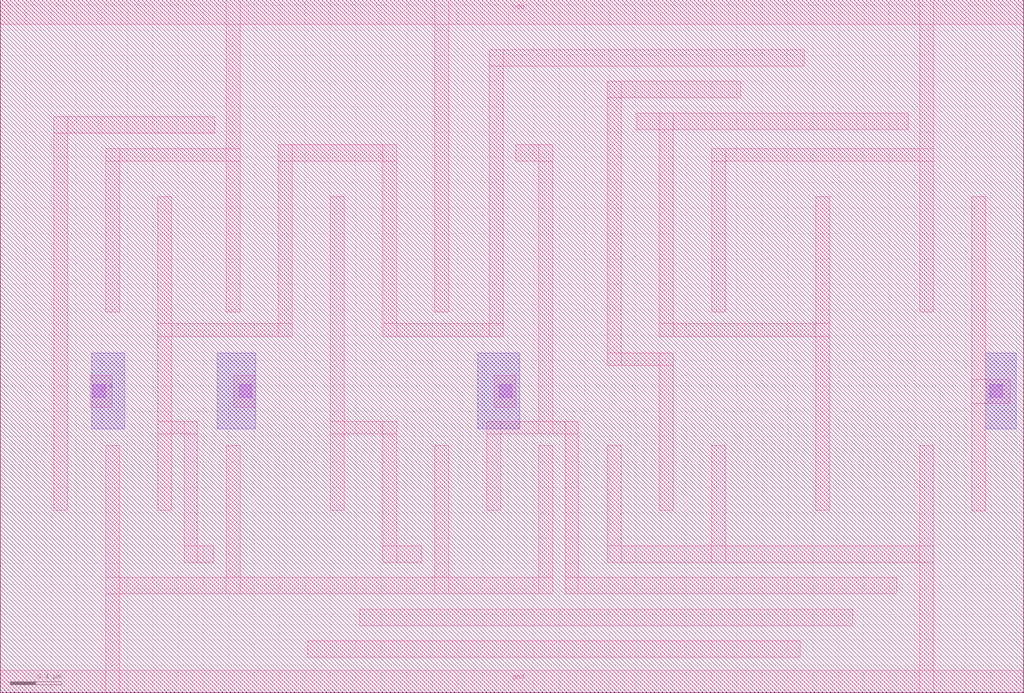
<source format=lef>
NAMESCASESENSITIVE ON ;
BUSBITCHARS "[]" ;

UNITS
  DATABASE MICRONS 1000 ;
END UNITS

MANUFACTURINGGRID 0.001 ;

DIVIDERCHAR "/" ;

LAYER M1
  TYPE ROUTING ;
  DIRECTION HORIZONTAL ;
  PITCH 0.26 0.26 ;
  WIDTH 0.09 ;
  AREA 0.042 ;
  SPACING 0.09 ;
  SPACING 0.19 RANGE 1.76 4 ;
  SPACING 0.29 RANGE 4 8 ;
  SPACING 1.05 RANGE 8 25 ;
  SPACING 1.85 RANGE 25 100000 ;
END M1

LAYER V1
  TYPE CUT ;
END V1

LAYER M2
  TYPE ROUTING ;
  DIRECTION VERTICAL ;
  PITCH 0.26 0.26 ;
  WIDTH 0.1 ;
  AREA 0.052 ;
  SPACING 0.1 ;
  SPACING 0.19 RANGE 1.76 4 ;
  SPACING 0.29 RANGE 4 8 ;
  SPACING 1.05 RANGE 8 25 ;
  SPACING 1.85 RANGE 25 100000 ;
END M2

LAYER V2
  TYPE CUT ;
END V2

LAYER M3
  TYPE ROUTING ;
  DIRECTION HORIZONTAL ;
  PITCH 0.26 0.26 ;
  WIDTH 0.1 ;
  AREA 0.052 ;
  SPACING 0.1 ;
  SPACING 0.19 RANGE 1.76 4 ;
  SPACING 0.29 RANGE 4 8 ;
  SPACING 1.05 RANGE 8 25 ;
  SPACING 1.85 RANGE 25 100000 ;
END M3

LAYER V3
  TYPE CUT ;
END V3

LAYER M4
  TYPE ROUTING ;
  DIRECTION VERTICAL ;
  PITCH 0.26 0.26 ;
  WIDTH 0.1 ;
  AREA 0.052 ;
  SPACING 0.1 ;
  SPACING 0.19 RANGE 1.76 4 ;
  SPACING 0.29 RANGE 4 8 ;
  SPACING 1.05 RANGE 8 25 ;
  SPACING 1.85 RANGE 25 100000 ;
END M4

LAYER V4
  TYPE CUT ;
END V4

LAYER M5
  TYPE ROUTING ;
  DIRECTION HORIZONTAL ;
  PITCH 0.26 0.26 ;
  WIDTH 0.1 ;
  AREA 0.052 ;
  SPACING 0.1 ;
  SPACING 0.19 RANGE 1.76 4 ;
  SPACING 0.29 RANGE 4 8 ;
  SPACING 1.05 RANGE 8 25 ;
  SPACING 1.85 RANGE 25 100000 ;
END M5

LAYER V5
  TYPE CUT ;
END V5

LAYER M6
  TYPE ROUTING ;
  DIRECTION VERTICAL ;
  PITCH 0.26 0.26 ;
  WIDTH 0.1 ;
  AREA 0.052 ;
  SPACING 0.1 ;
  SPACING 0.19 RANGE 1.76 4 ;
  SPACING 0.29 RANGE 4 8 ;
  SPACING 1.05 RANGE 8 25 ;
  SPACING 1.85 RANGE 25 100000 ;
  END M6

LAYER OVERLAP
  TYPE OVERLAP ;
END OVERLAP

SPACING
  SAMENET M1  M1    0.09 STACK ;
  SAMENET M2  M2    0.1 STACK ;
  SAMENET M3  M3    0.1 STACK ;
  SAMENET M4  M4    0.1 STACK ;
  SAMENET M5  M5    0.1 STACK ;
  SAMENET M6  M6    0.1 STACK ;
  SAMENET V1  V1    0.1 ;
  SAMENET V2  V2    0.1 ;
  SAMENET V3  V3    0.1 ;
  SAMENET V4  V4    0.1 ;
  SAMENET V5  V5    0.1 ;
  SAMENET V1  V2    0.00 STACK ;
  SAMENET V2  V3    0.00 STACK ;
  SAMENET V3  V4    0.00 STACK ;
  SAMENET V4  V5    0.00 STACK ;
  SAMENET V1  V3    0.00 STACK ;
  SAMENET V2  V4    0.00 STACK ;
  SAMENET V3  V5    0.00 STACK ;
  SAMENET V1  V4    0.00 STACK ;
  SAMENET V2  V5    0.00 STACK ;
  SAMENET V1  V5    0.00 STACK ;
END SPACING


VIA via5 DEFAULT
  LAYER M5 ;
    RECT -0.07 -0.07 0.07 0.07 ;
  LAYER V5 ;
    RECT -0.05 -0.05 0.05 0.05 ;
  LAYER M6 ;
    RECT -0.07 -0.07 0.07 0.07 ;
END via5

VIA via4 DEFAULT
  LAYER M4 ;
    RECT -0.07 -0.07 0.07 0.07 ;
  LAYER V4 ;
    RECT -0.05 -0.05 0.05 0.05 ;
  LAYER M5 ;
    RECT -0.07 -0.07 0.07 0.07 ;
END via4

VIA via3 DEFAULT
  LAYER M4 ;
    RECT -0.07 -0.07 0.07 0.07 ;
  LAYER V3 ;
    RECT -0.05 -0.05 0.05 0.05 ;
  LAYER M3 ;
    RECT -0.07 -0.07 0.07 0.07 ;
END via3

VIA via2 DEFAULT
  LAYER M3 ;
    RECT -0.07 -0.07 0.07 0.07 ;
  LAYER V2 ;
    RECT -0.05 -0.05 0.05 0.05 ;
  LAYER M2 ;
    RECT -0.07 -0.07 0.07 0.07 ;
END via2

VIA via1 DEFAULT
  LAYER M2 ;
    RECT -0.07 -0.07 0.07 0.07 ;
  LAYER V1 ;
    RECT -0.05 -0.05 0.05 0.05 ;
  LAYER M1 ;
    RECT -0.07 -0.07 0.07 0.07 ;
END via1


VIARULE via1Array GENERATE
  LAYER M1 ;
  DIRECTION HORIZONTAL ;
  OVERHANG 0.045 ;
    METALOVERHANG 0 ;
  LAYER M2 ;
  DIRECTION VERTICAL ;
    OVERHANG 0.045 ;
    METALOVERHANG 0 ;
  LAYER V1 ;
    RECT -0.05 -0.05 0.05 0.05 ;
    SPACING 0.2 BY 0.2 ;
END via1Array


VIARULE via2Array GENERATE
  LAYER M3 ;
    DIRECTION HORIZONTAL ;
    OVERHANG 0.03 ;
    METALOVERHANG 0 ;
  LAYER M2 ;
  DIRECTION VERTICAL ;
    OVERHANG 0.03 ;
    METALOVERHANG 0 ;
  LAYER V2 ;
    RECT -0.05 -0.05 0.05 0.05 ;
    SPACING 0.2 BY 0.2 ;
END via2Array


VIARULE via3Array GENERATE
  LAYER M3 ;
    DIRECTION HORIZONTAL ;
    OVERHANG 0.03 ;
    METALOVERHANG 0 ;
  LAYER M4 ;
    DIRECTION VERTICAL ;
    OVERHANG 0.03 ;
    METALOVERHANG 0 ;
  LAYER V3 ;
    RECT -0.05 -0.05 0.05 0.05 ;
    SPACING 0.2 BY 0.2 ;
END via3Array

VIARULE via4Array GENERATE
  LAYER M5 ;
    DIRECTION HORIZONTAL ;
    OVERHANG 0.03 ;
    METALOVERHANG 0 ;
  LAYER M4 ;
    DIRECTION VERTICAL ;
    OVERHANG 0.03 ;
    METALOVERHANG 0 ;
  LAYER V4 ;
    RECT -0.05 -0.05 0.05 0.05 ;
    SPACING 0.2 BY 0.2 ;
END via4Array

VIARULE via5Array GENERATE
  LAYER M5 ;
    DIRECTION HORIZONTAL ;
    OVERHANG 0.03 ;
    METALOVERHANG 0 ;
  LAYER M6 ;
    DIRECTION VERTICAL ;
    OVERHANG 0.045 ;
    METALOVERHANG 0 ;
  LAYER V5 ;
    RECT -0.05 -0.05 0.05 0.05 ;
    SPACING 0.2 BY 0.2 ;
END via5Array

VIARULE TURNM1 GENERATE
  LAYER M1 ;
    DIRECTION HORIZONTAL ;
  LAYER M1 ;
    DIRECTION VERTICAL ;
END TURNM1

VIARULE TURNM2 GENERATE
  LAYER M2 ;
    DIRECTION HORIZONTAL ;
  LAYER M2 ;
    DIRECTION VERTICAL ;
END TURNM2

VIARULE TURNM3 GENERATE
  LAYER M3 ;
    DIRECTION HORIZONTAL ;
  LAYER M3 ;
    DIRECTION VERTICAL ;
END TURNM3

VIARULE TURNM4 GENERATE
  LAYER M4 ;
    DIRECTION HORIZONTAL ;
  LAYER M4 ;
    DIRECTION VERTICAL ;
END TURNM4

VIARULE TURNM5 GENERATE
  LAYER M5 ;
    DIRECTION HORIZONTAL ;
  LAYER M5 ;
    DIRECTION VERTICAL ;
END TURNM5

VIARULE TURNM6 GENERATE
  LAYER M6 ;
    DIRECTION HORIZONTAL ;
  LAYER M6 ;
    DIRECTION VERTICAL ;
END TURNM6


SITE  CoreSite
    CLASS       CORE ;
    SYMMETRY    Y ;
    SYMMETRY    X ;
    SIZE        0.260 BY 5.46 ;
END  CoreSite

SITE  TDCoverSite
    CLASS       CORE ;
    SIZE        0.0500 BY 0.0500 ;
END  TDCoverSite

SITE  SBlockSite
    CLASS       CORE ;
    SIZE        0.0500 BY 0.0500 ;
END  SBlockSite

SITE  PortCellSite
    CLASS       PAD ;
    SIZE        0.0500 BY 0.0500 ;
END  PortCellSite

SITE  Core
    CLASS       CORE ;
    SYMMETRY    Y ;
    SYMMETRY    X ;
    SIZE        0.260 BY 5.46 ;
END  Core


MACRO AOI211
  CLASS CORE ;
  ORIGIN 0 0 ;
  FOREIGN AOI211 0 0 ;
  SIZE 3.3 BY 4.26 ;
  SYMMETRY X Y ;
  SITE CoreSite ;
  PIN vdd
    DIRECTION INOUT ;
    USE POWER ;
    SHAPE ABUTMENT ;
    PORT
      LAYER M1 ;
        RECT 0.417 2.248 0.582 3.902 ;
        RECT 0.14 3.702 3.26 3.9 ;
    END
  END vdd
  PIN gnd
    DIRECTION INOUT ;
    USE GROUND ;
    SHAPE ABUTMENT ;
    PORT
      LAYER M1 ;
        RECT 0.395 0 0.582 1.334 ;
        RECT 1.42 0 1.6 1.33 ;
        RECT 0.14 0 3.26 0.22 ;
    END
  END gnd
  PIN c
    DIRECTION INPUT ;
    USE SIGNAL ;
    PORT
      LAYER V1 ;
        RECT 0.52 1.814 0.62 1.914 ;
      LAYER M2 ;
        RECT 0.406 1.6 0.642 2.134 ;
      LAYER M1 ;
        RECT 0.345 1.73 0.69 2.034 ;
    END
  END c
  PIN out
    DIRECTION OUTPUT ;
    USE SIGNAL ;
    PORT
      LAYER V1 ;
        RECT 2.072 1.814 2.172 1.914 ;
      LAYER M2 ;
        RECT 1.99 1.6 2.22 2.134 ;
      LAYER M1 ;
        RECT 0.895 1.428 2.864 1.518 ;
        RECT 2.682 0.628 2.864 1.518 ;
        RECT 1.95 1.762 2.3 1.962 ;
        RECT 1.95 1.428 2.13 3.2 ;
        RECT 0.895 0.628 1.075 1.518 ;
    END
  END out
  PIN d
    DIRECTION INPUT ;
    USE SIGNAL ;
    PORT
      LAYER V1 ;
        RECT 1.04 1.814 1.14 1.914 ;
      LAYER M2 ;
        RECT 0.929 1.6 1.165 2.134 ;
      LAYER M1 ;
        RECT 0.895 1.73 1.21 2.034 ;
    END
  END d
  PIN b
    DIRECTION INPUT ;
    USE SIGNAL ;
    PORT
      LAYER V1 ;
        RECT 1.566 1.814 1.666 1.914 ;
      LAYER M2 ;
        RECT 1.465 1.6 1.7 2.134 ;
      LAYER M1 ;
        RECT 1.415 1.73 1.73 2.025 ;
    END
  END b
  PIN a
    DIRECTION INPUT ;
    USE SIGNAL ;
    PORT
      LAYER V1 ;
        RECT 2.59 1.814 2.69 1.914 ;
      LAYER M2 ;
        RECT 2.5 1.6 2.74 2.134 ;
      LAYER M1 ;
        RECT 2.5 1.73 2.8 2.025 ;
    END
  END a
  OBS
    LAYER M1 ;
      RECT 0.345 1.73 0.69 2.034 ;
      RECT 0.895 1.73 1.21 2.034 ;
      RECT 1.415 1.73 1.73 2.025 ;
      RECT 2.5 1.73 2.8 2.025 ;
      RECT 0.895 0.628 1.075 1.518 ;
      RECT 2.682 0.628 2.864 1.518 ;
      RECT 0.895 1.428 2.864 1.518 ;
      RECT 1.95 1.762 2.3 1.962 ;
      RECT 1.95 1.428 2.13 3.2 ;
      RECT 1.45 2.248 1.63 3.477 ;
      RECT 2.655 2.248 2.875 3.477 ;
      RECT 1.45 3.387 2.875 3.477 ;
      RECT 0.14 3.702 3.26 3.9 ;
      RECT 0.417 2.248 0.582 3.902 ;
      RECT 0.14 0 3.26 0.22 ;
      RECT 1.42 0 1.6 1.33 ;
      RECT 0.395 0 0.582 1.334 ;
    LAYER V1 ;
      RECT 0.52 1.814 0.62 1.914 ;
      RECT 1.04 1.814 1.14 1.914 ;
      RECT 1.566 1.814 1.666 1.914 ;
      RECT 2.072 1.814 2.172 1.914 ;
      RECT 2.59 1.814 2.69 1.914 ;
    LAYER M2 ;
      RECT 0.406 1.6 0.642 2.134 ;
      RECT 0.929 1.6 1.165 2.134 ;
      RECT 1.465 1.6 1.7 2.134 ;
      RECT 1.99 1.6 2.22 2.134 ;
      RECT 2.5 1.6 2.74 2.134 ;
  END
END AOI211

MACRO AOI22P6
  CLASS CORE ;
  ORIGIN 0 -0.38 ;
  FOREIGN AOI22P6 0 0.38 ;
  SIZE 2.34 BY 5.46 ;
  SYMMETRY X Y ;
  SITE CoreSite ;
  PIN vdd
    DIRECTION INOUT ;
    USE POWER ;
    SHAPE ABUTMENT ;
    PORT
      LAYER M1 ;
        RECT 0.67 3.38 0.78 5.84 ;
        RECT 0 5.65 2.34 5.84 ;
    END
  END vdd
  PIN gnd
    DIRECTION INOUT ;
    USE GROUND ;
    SHAPE ABUTMENT ;
    PORT
      LAYER M1 ;
        RECT 1.19 0.38 1.3 2.33 ;
        RECT 0 0.38 2.34 0.56 ;
    END
  END gnd
  PIN a
    DIRECTION INPUT ;
    USE SIGNAL ;
    PORT
      LAYER V1 ;
        RECT 0.37 2.71 0.47 2.81 ;
        RECT 1.67 2.71 1.77 2.81 ;
      LAYER M2 ;
        RECT 1.64 2.46 1.79 3.06 ;
        RECT 0.33 2.46 0.49 3.06 ;
      LAYER M1 ;
        RECT 0.26 2.42 2.18 2.52 ;
        RECT 2.07 1.82 2.18 2.52 ;
        RECT 1.6 2.69 1.81 2.83 ;
        RECT 1.6 2.42 1.71 4.29 ;
        RECT 0.26 1.82 0.37 2.52 ;
        RECT 0.32 2.63 0.49 2.88 ;
    END
  END a
  PIN b
    DIRECTION INPUT ;
    USE SIGNAL ;
    PORT
      LAYER V1 ;
        RECT 0.89 2.71 0.99 2.81 ;
      LAYER M2 ;
        RECT 0.85 2.46 1.01 3.06 ;
      LAYER M1 ;
        RECT 0.84 2.63 1.01 2.88 ;
    END
  END b
  PIN d
    DIRECTION INPUT ;
    USE SIGNAL ;
    PORT
      LAYER V1 ;
        RECT 1.38 2.71 1.48 2.81 ;
      LAYER M2 ;
        RECT 1.33 2.46 1.49 3.06 ;
      LAYER M1 ;
        RECT 1.32 2.63 1.49 2.88 ;
    END
  END d
  PIN c
    DIRECTION INPUT ;
    USE SIGNAL ;
    PORT
      LAYER V1 ;
        RECT 1.92 2.71 2.02 2.81 ;
      LAYER M2 ;
        RECT 1.9 2.46 2.06 3.06 ;
      LAYER M1 ;
        RECT 1.9 2.63 2.07 2.88 ;
    END
  END c
  OBS
    LAYER M1 ;
      RECT 0.32 2.63 0.49 2.88 ;
      RECT 0.84 2.63 1.01 2.88 ;
      RECT 1.32 2.63 1.49 2.88 ;
      RECT 1.9 2.63 2.07 2.88 ;
      RECT 0.26 3.19 1.24 3.29 ;
      RECT 0.26 3.19 0.37 4.29 ;
      RECT 1.13 3.19 1.24 4.7 ;
      RECT 2.07 3.38 2.18 4.7 ;
      RECT 1.13 4.57 2.18 4.7 ;
      RECT 0.26 1.82 0.37 2.52 ;
      RECT 2.07 1.82 2.18 2.52 ;
      RECT 0.26 2.42 2.18 2.52 ;
      RECT 1.6 2.69 1.81 2.83 ;
      RECT 1.6 2.42 1.71 4.29 ;
      RECT 0.67 3.38 0.78 5.84 ;
      RECT 0 5.65 2.34 5.84 ;
      RECT 0 0.38 2.34 0.56 ;
      RECT 1.19 0.38 1.3 2.33 ;
    LAYER V1 ;
      RECT 0.37 2.71 0.47 2.81 ;
      RECT 0.89 2.71 0.99 2.81 ;
      RECT 1.38 2.71 1.48 2.81 ;
      RECT 1.67 2.71 1.77 2.81 ;
      RECT 1.92 2.71 2.02 2.81 ;
    LAYER M2 ;
      RECT 0.33 2.46 0.49 3.06 ;
      RECT 0.85 2.46 1.01 3.06 ;
      RECT 1.33 2.46 1.49 3.06 ;
      RECT 1.64 2.46 1.79 3.06 ;
      RECT 1.9 2.46 2.06 3.06 ;
  END
END AOI22P6

MACRO Filler
  CLASS CORE ;
  ORIGIN -0.26 0 ;
  FOREIGN Filler 0.26 0 ;
  SIZE 0.26 BY 5.46 ;
  SYMMETRY X Y ;
  SITE CoreSite ;
  PIN GND
    DIRECTION INOUT ;
    USE GROUND ;
    PORT
      LAYER M1 ;
        RECT 0.26 0 0.52 0.18 ;
    END
  END GND
  PIN VDD
    DIRECTION INOUT ;
    USE POWER ;
    PORT
      LAYER M1 ;
        RECT 0.26 5.27 0.52 5.46 ;
    END
  END VDD
  OBS
    LAYER M1 ;
      RECT 0.26 5.27 0.52 5.46 ;
      RECT 0.26 0 0.52 0.18 ;
  END
END Filler

MACRO dffP6
  CLASS CORE ;
  ORIGIN 0 -0.38 ;
  FOREIGN dffP6 0 0.38 ;
  SIZE 8.06 BY 5.46 ;
  SYMMETRY X Y ;
  SITE CoreSite ;
  PIN vdd
    DIRECTION INOUT ;
    USE POWER ;
    SHAPE ABUTMENT ;
    PORT
      LAYER M1 ;
        RECT 0.83 3.38 0.94 4.67 ;
        RECT 0.83 4.57 1.89 4.67 ;
        RECT 1.78 3.38 1.89 5.84 ;
        RECT 3.42 3.38 3.53 5.84 ;
        RECT 5.6 3.38 5.71 4.67 ;
        RECT 5.6 4.57 7.35 4.67 ;
        RECT 7.24 3.38 7.35 5.84 ;
        RECT 0 5.65 8.06 5.84 ;
    END
  END vdd
  PIN gnd
    DIRECTION INOUT ;
    USE GROUND ;
    SHAPE ABUTMENT ;
    PORT
      LAYER M1 ;
        RECT 0.83 0.38 0.94 2.33 ;
        RECT 1.78 1.16 1.89 2.33 ;
        RECT 3.42 1.16 3.53 2.33 ;
        RECT 0.83 1.16 4.35 1.29 ;
        RECT 4.24 1.16 4.35 2.33 ;
        RECT 4.78 1.41 4.89 2.33 ;
        RECT 5.6 1.41 5.71 2.33 ;
        RECT 4.78 1.41 7.35 1.54 ;
        RECT 7.24 0.38 7.35 2.33 ;
        RECT 0 0.38 8.06 0.56 ;
    END
  END gnd
  PIN a
    DIRECTION INPUT ;
    USE SIGNAL ;
    PORT
      LAYER V1 ;
        RECT 0.73 2.71 0.83 2.81 ;
        RECT 1.88 2.71 1.98 2.81 ;
        RECT 3.93 2.71 4.03 2.81 ;
        RECT 7.791 2.71 7.891 2.81 ;
      LAYER M2 ;
        RECT 7.76 2.46 8 3.06 ;
        RECT 3.76 2.46 4.09 3.06 ;
        RECT 1.71 2.46 2.01 3.06 ;
        RECT 0.72 2.46 0.98 3.06 ;
      LAYER M1 ;
        RECT 7.65 2.66 7.95 2.85 ;
        RECT 7.65 1.813 7.76 4.29 ;
        RECT 3.89 2.63 4.06 2.88 ;
        RECT 1.84 2.63 2.01 2.88 ;
        RECT 0.71 2.63 0.88 2.88 ;
    END
  END a
  OBS
    LAYER M1 ;
      RECT 0.71 2.63 0.88 2.88 ;
      RECT 0.42 1.82 0.53 4.92 ;
      RECT 0.42 4.79 1.69 4.92 ;
      RECT 1.84 2.63 2.01 2.88 ;
      RECT 3.01 1.41 3.32 1.54 ;
      RECT 3.01 1.41 3.12 2.52 ;
      RECT 2.6 2.42 3.12 2.52 ;
      RECT 2.6 1.82 2.71 4.29 ;
      RECT 3.89 2.63 4.06 2.88 ;
      RECT 5.19 1.82 5.3 3.06 ;
      RECT 4.78 2.96 5.3 3.06 ;
      RECT 4.78 2.96 4.89 5.2 ;
      RECT 4.78 5.07 5.83 5.2 ;
      RECT 2.42 0.66 6.3 0.79 ;
      RECT 1.45 1.41 1.68 1.54 ;
      RECT 1.45 1.41 1.55 2.52 ;
      RECT 1.24 2.42 1.55 2.52 ;
      RECT 1.24 3.19 2.3 3.29 ;
      RECT 3.01 3.19 3.96 3.29 ;
      RECT 1.24 1.82 1.35 4.29 ;
      RECT 2.19 3.19 2.3 4.7 ;
      RECT 3.01 3.19 3.12 4.7 ;
      RECT 2.19 4.57 3.12 4.7 ;
      RECT 3.85 3.19 3.96 5.45 ;
      RECT 3.85 5.32 6.33 5.45 ;
      RECT 2.83 0.91 6.71 1.04 ;
      RECT 4.45 1.16 7.06 1.29 ;
      RECT 3.83 1.82 3.94 2.52 ;
      RECT 4.45 1.16 4.55 2.52 ;
      RECT 3.83 2.42 4.55 2.52 ;
      RECT 4.24 2.42 4.35 4.7 ;
      RECT 4.06 4.57 4.35 4.7 ;
      RECT 5.19 3.19 6.53 3.29 ;
      RECT 6.42 1.82 6.53 4.29 ;
      RECT 5.19 3.19 5.3 4.95 ;
      RECT 5.01 4.82 7.15 4.95 ;
      RECT 7.65 2.66 7.95 2.85 ;
      RECT 7.65 1.813 7.76 4.29 ;
      RECT 0.83 3.38 0.94 4.67 ;
      RECT 5.6 3.38 5.71 4.67 ;
      RECT 0.83 4.57 1.89 4.67 ;
      RECT 5.6 4.57 7.35 4.67 ;
      RECT 1.78 3.38 1.89 5.84 ;
      RECT 3.42 3.38 3.53 5.84 ;
      RECT 7.24 3.38 7.35 5.84 ;
      RECT 0 5.65 8.06 5.84 ;
      RECT 0 0.38 8.06 0.56 ;
      RECT 0.83 1.16 4.35 1.29 ;
      RECT 4.78 1.41 7.35 1.54 ;
      RECT 0.83 0.38 0.94 2.33 ;
      RECT 1.78 1.16 1.89 2.33 ;
      RECT 3.42 1.16 3.53 2.33 ;
      RECT 4.24 1.16 4.35 2.33 ;
      RECT 4.78 1.41 4.89 2.33 ;
      RECT 5.6 1.41 5.71 2.33 ;
      RECT 7.24 0.38 7.35 2.33 ;
    LAYER V1 ;
      RECT 0.73 2.71 0.83 2.81 ;
      RECT 1.88 2.71 1.98 2.81 ;
      RECT 3.93 2.71 4.03 2.81 ;
      RECT 7.791 2.71 7.891 2.81 ;
    LAYER M2 ;
      RECT 0.72 2.46 0.98 3.06 ;
      RECT 1.71 2.46 2.01 3.06 ;
      RECT 3.76 2.46 4.09 3.06 ;
      RECT 7.76 2.46 8 3.06 ;
  END
END dffP6

MACRO invP6
  CLASS CORE ;
  ORIGIN 0 -0.38 ;
  FOREIGN invP6 0 0.38 ;
  SIZE 1.3 BY 5.46 ;
  SYMMETRY X Y ;
  SITE CoreSite ;
  PIN vdd
    DIRECTION INOUT ;
    USE POWER ;
    SHAPE ABUTMENT ;
    PORT
      LAYER M1 ;
        RECT 0.36 3.38 0.47 5.84 ;
        RECT 0 5.65 1.3 5.84 ;
    END
  END vdd
  PIN gnd
    DIRECTION INOUT ;
    USE GROUND ;
    SHAPE ABUTMENT ;
    PORT
      LAYER M1 ;
        RECT 0.36 0.38 0.47 2.33 ;
        RECT 0 0.38 1.3 0.56 ;
    END
  END gnd
  PIN a
    DIRECTION INPUT ;
    USE SIGNAL ;
    PORT
      LAYER V1 ;
        RECT 0.47 2.71 0.57 2.81 ;
        RECT 0.85 2.71 0.95 2.81 ;
      LAYER M2 ;
        RECT 0.83 2.46 0.98 3.06 ;
        RECT 0.32 2.46 0.58 3.06 ;
      LAYER M1 ;
        RECT 0.78 2.66 0.98 2.85 ;
        RECT 0.78 1.82 0.89 4.29 ;
        RECT 0.42 2.63 0.59 2.88 ;
    END
  END a
  OBS
    LAYER M1 ;
      RECT 0.42 2.63 0.59 2.88 ;
      RECT 0.78 2.66 0.98 2.85 ;
      RECT 0.78 1.82 0.89 4.29 ;
      RECT 0.36 3.38 0.47 5.84 ;
      RECT 0 5.65 1.3 5.84 ;
      RECT 0 0.38 1.3 0.56 ;
      RECT 0.36 0.38 0.47 2.33 ;
    LAYER V1 ;
      RECT 0.47 2.71 0.57 2.81 ;
      RECT 0.85 2.71 0.95 2.81 ;
    LAYER M2 ;
      RECT 0.32 2.46 0.58 3.06 ;
      RECT 0.83 2.46 0.98 3.06 ;
  END
END invP6

MACRO mux21P6
  CLASS CORE ;
  ORIGIN 0 -0.38 ;
  FOREIGN mux21P6 0 0.38 ;
  SIZE 3.64 BY 5.46 ;
  SYMMETRY X Y ;
  SITE CoreSite ;
  PIN vdd
    DIRECTION INOUT ;
    USE POWER ;
    SHAPE ABUTMENT ;
    PORT
      LAYER M1 ;
        RECT 0.64 3.38 0.75 5.84 ;
        RECT 2.82 3.38 2.93 5.84 ;
        RECT 0 5.65 3.64 5.84 ;
    END
  END vdd
  PIN gnd
    DIRECTION INOUT ;
    USE GROUND ;
    SHAPE ABUTMENT ;
    PORT
      LAYER M1 ;
        RECT 0.23 0.38 0.34 2.33 ;
        RECT 1.87 0.38 1.98 2.33 ;
        RECT 2.82 0.38 2.93 2.33 ;
        RECT 0 0.38 3.64 0.56 ;
    END
  END gnd
  PIN a
    DIRECTION INPUT ;
    USE SIGNAL ;
    PORT
      LAYER V1 ;
        RECT 0.34 2.71 0.44 2.81 ;
        RECT 1.36 2.71 1.46 2.81 ;
        RECT 1.77 2.71 1.87 2.81 ;
        RECT 3.371 2.71 3.471 2.81 ;
      LAYER M2 ;
        RECT 3.341 2.46 3.59 3.06 ;
        RECT 1.76 2.46 2.02 3.06 ;
        RECT 1.35 2.46 1.51 3.06 ;
        RECT 0.26 2.46 0.46 3.06 ;
      LAYER M1 ;
        RECT 3.23 2.66 3.53 2.85 ;
        RECT 3.23 1.813 3.34 4.29 ;
        RECT 1.75 2.63 1.92 2.88 ;
        RECT 1.34 2.63 1.51 2.88 ;
        RECT 0.29 2.63 0.46 2.88 ;
    END
  END a
  OBS
    LAYER M1 ;
      RECT 0.29 2.63 0.46 2.88 ;
      RECT 1.34 2.63 1.51 2.88 ;
      RECT 1.75 2.63 1.92 2.88 ;
      RECT 0.23 3.19 1.981 3.29 ;
      RECT 0.23 3.19 0.34 4.29 ;
      RECT 1.871 3.19 1.981 4.29 ;
      RECT 1.05 1.82 1.16 3.091 ;
      RECT 1.05 2.991 2.223 3.091 ;
      RECT 1.46 3.38 1.57 4.7 ;
      RECT 2.113 2.991 2.223 4.7 ;
      RECT 1.46 4.57 2.42 4.7 ;
      RECT 1.332 1.41 1.571 1.54 ;
      RECT 1.461 1.41 1.571 2.52 ;
      RECT 1.461 2.421 2.52 2.52 ;
      RECT 2.41 1.813 2.52 4.29 ;
      RECT 3.23 2.66 3.53 2.85 ;
      RECT 3.23 1.813 3.34 4.29 ;
      RECT 0.64 3.38 0.75 5.84 ;
      RECT 2.82 3.38 2.93 5.84 ;
      RECT 0 5.65 3.64 5.84 ;
      RECT 0 0.38 3.64 0.56 ;
      RECT 0.23 0.38 0.34 2.33 ;
      RECT 1.87 0.38 1.98 2.33 ;
      RECT 2.82 0.38 2.93 2.33 ;
    LAYER V1 ;
      RECT 0.34 2.71 0.44 2.81 ;
      RECT 1.36 2.71 1.46 2.81 ;
      RECT 1.77 2.71 1.87 2.81 ;
      RECT 3.371 2.71 3.471 2.81 ;
    LAYER M2 ;
      RECT 0.26 2.46 0.46 3.06 ;
      RECT 1.35 2.46 1.51 3.06 ;
      RECT 1.76 2.46 2.02 3.06 ;
      RECT 3.341 2.46 3.59 3.06 ;
  END
END mux21P6

MACRO nand2P6
  CLASS CORE ;
  ORIGIN 0 -0.38 ;
  FOREIGN nand2P6 0 0.38 ;
  SIZE 1.56 BY 5.46 ;
  SYMMETRY X Y ;
  SITE CoreSite ;
  PIN a
    DIRECTION INPUT ;
    USE SIGNAL ;
    PORT
      LAYER V1 ;
        RECT 0.47 2.71 0.57 2.81 ;
        RECT 0.88 2.71 0.98 2.81 ;
        RECT 1.13 2.71 1.23 2.81 ;
      LAYER M2 ;
        RECT 1.1 2.46 1.25 3.06 ;
        RECT 0.83 2.46 0.99 3.06 ;
        RECT 0.32 2.46 0.58 3.06 ;
      LAYER M1 ;
        RECT 0.77 2.99 1.29 3.09 ;
        RECT 1.18 1.82 1.29 3.09 ;
        RECT 1.1 2.66 1.29 2.85 ;
        RECT 0.77 2.99 0.88 4.29 ;
        RECT 0.83 2.63 1 2.88 ;
        RECT 0.42 2.63 0.59 2.88 ;
    END
  END a
  PIN gnd
    DIRECTION INOUT ;
    USE GROUND ;
    SHAPE ABUTMENT ;
    PORT
      LAYER M1 ;
        RECT 0.36 0.38 0.47 2.33 ;
        RECT 0 0.38 1.56 0.56 ;
    END
  END gnd
  PIN vdd
    DIRECTION INOUT ;
    USE POWER ;
    SHAPE ABUTMENT ;
    PORT
      LAYER M1 ;
        RECT 0.36 3.38 0.47 5.84 ;
        RECT 1.18 3.38 1.29 5.84 ;
        RECT 0 5.65 1.56 5.84 ;
    END
  END vdd
  OBS
    LAYER M1 ;
      RECT 0.42 2.63 0.59 2.88 ;
      RECT 0.83 2.63 1 2.88 ;
      RECT 1.1 2.66 1.29 2.85 ;
      RECT 1.18 1.82 1.29 3.09 ;
      RECT 0.77 2.99 1.29 3.09 ;
      RECT 0.77 2.99 0.88 4.29 ;
      RECT 0.36 3.38 0.47 5.84 ;
      RECT 1.18 3.38 1.29 5.84 ;
      RECT 0 5.65 1.56 5.84 ;
      RECT 0 0.38 1.56 0.56 ;
      RECT 0.36 0.38 0.47 2.33 ;
    LAYER V1 ;
      RECT 0.47 2.71 0.57 2.81 ;
      RECT 0.88 2.71 0.98 2.81 ;
      RECT 1.13 2.71 1.23 2.81 ;
    LAYER M2 ;
      RECT 0.32 2.46 0.58 3.06 ;
      RECT 0.83 2.46 0.99 3.06 ;
      RECT 1.1 2.46 1.25 3.06 ;
  END
END nand2P6

MACRO nor2P6
  CLASS CORE ;
  ORIGIN 0 -0.38 ;
  FOREIGN nor2P6 0 0.38 ;
  SIZE 1.56 BY 5.46 ;
  SYMMETRY X Y ;
  SITE CoreSite ;
  PIN vdd
    DIRECTION INOUT ;
    USE POWER ;
    SHAPE ABUTMENT ;
    PORT
      LAYER M1 ;
        RECT 0.36 3.38 0.47 5.84 ;
        RECT 0 5.65 1.56 5.84 ;
    END
  END vdd
  PIN gnd
    DIRECTION INOUT ;
    USE GROUND ;
    SHAPE ABUTMENT ;
    PORT
      LAYER M1 ;
        RECT 0.36 0.38 0.47 2.33 ;
        RECT 1.18 0.38 1.29 2.33 ;
        RECT 0 0.38 1.56 0.56 ;
    END
  END gnd
  PIN a
    DIRECTION INPUT ;
    USE SIGNAL ;
    PORT
      LAYER V1 ;
        RECT 0.47 2.71 0.57 2.81 ;
        RECT 0.85 2.71 0.95 2.81 ;
        RECT 1.11 2.71 1.21 2.81 ;
      LAYER M2 ;
        RECT 1.1 2.46 1.34 3.06 ;
        RECT 0.83 2.46 0.98 3.06 ;
        RECT 0.32 2.46 0.58 3.06 ;
      LAYER M1 ;
        RECT 1.18 2.99 1.29 4.29 ;
        RECT 0.77 2.99 1.29 3.09 ;
        RECT 0.77 2.66 0.96 2.85 ;
        RECT 0.77 1.82 0.88 3.09 ;
        RECT 1.06 2.63 1.24 2.88 ;
        RECT 0.42 2.63 0.59 2.88 ;
    END
  END a
  OBS
    LAYER M1 ;
      RECT 0.42 2.63 0.59 2.88 ;
      RECT 1.06 2.63 1.24 2.88 ;
      RECT 0.77 2.66 0.96 2.85 ;
      RECT 0.77 1.82 0.88 3.09 ;
      RECT 0.77 2.99 1.29 3.09 ;
      RECT 1.18 2.99 1.29 4.29 ;
      RECT 0.36 3.38 0.47 5.84 ;
      RECT 0 5.65 1.56 5.84 ;
      RECT 0 0.38 1.56 0.56 ;
      RECT 0.36 0.38 0.47 2.33 ;
      RECT 1.18 0.38 1.29 2.33 ;
    LAYER V1 ;
      RECT 0.47 2.71 0.57 2.81 ;
      RECT 0.85 2.71 0.95 2.81 ;
      RECT 1.11 2.71 1.21 2.81 ;
    LAYER M2 ;
      RECT 0.32 2.46 0.58 3.06 ;
      RECT 0.83 2.46 0.98 3.06 ;
      RECT 1.1 2.46 1.34 3.06 ;
  END
END nor2P6

MACRO oai21
  CLASS CORE ;
  ORIGIN 0 -0.38 ;
  FOREIGN oai21 0 0.38 ;
  SIZE 2.08 BY 5.46 ;
  SYMMETRY X Y ;
  SITE CoreSite ;
  PIN vdd
    DIRECTION INOUT ;
    USE POWER ;
    SHAPE ABUTMENT ;
    PORT
      LAYER M1 ;
        RECT 0.36 3.211 0.47 5.84 ;
        RECT 1.59 3.211 1.7 5.84 ;
        RECT 0 5.65 2.08 5.84 ;
    END
  END vdd
  PIN gnd
    DIRECTION INOUT ;
    USE GROUND ;
    SHAPE ABUTMENT ;
    PORT
      LAYER M1 ;
        RECT 0.36 0.379 0.47 2.321 ;
        RECT 0 0.38 2.08 0.56 ;
    END
  END gnd
  PIN a
    DIRECTION INPUT ;
    USE SIGNAL ;
    PORT
      LAYER V1 ;
        RECT 0.47 2.741 0.57 2.841 ;
        RECT 0.88 2.741 0.98 2.841 ;
        RECT 1.12 2.741 1.22 2.841 ;
        RECT 1.64 2.741 1.74 2.841 ;
      LAYER M2 ;
        RECT 1.61 2.43 1.77 3.091 ;
        RECT 1.09 2.423 1.24 3.091 ;
        RECT 0.83 2.434 0.99 3.091 ;
        RECT 0.32 2.434 0.58 3.091 ;
      LAYER M1 ;
        RECT 1.61 2.661 1.78 2.911 ;
        RECT 0.77 2.451 1.29 2.541 ;
        RECT 1.18 1.811 1.29 2.541 ;
        RECT 0.77 2.661 0.99 2.911 ;
        RECT 0.77 3.211 0.88 4.121 ;
        RECT 0.77 2.451 0.87 4.121 ;
        RECT 1.09 2.631 1.23 2.951 ;
        RECT 0.42 2.661 0.59 2.911 ;
    END
  END a
  OBS
    LAYER M1 ;
      RECT 0.42 2.661 0.59 2.911 ;
      RECT 1.09 2.631 1.23 2.951 ;
      RECT 1.18 1.811 1.29 2.541 ;
      RECT 0.77 2.451 1.29 2.541 ;
      RECT 0.77 2.661 0.99 2.911 ;
      RECT 0.77 2.451 0.87 4.121 ;
      RECT 0.77 3.211 0.88 4.121 ;
      RECT 0.77 1.431 1.7 1.531 ;
      RECT 0.77 1.431 0.88 2.321 ;
      RECT 1.59 1.431 1.7 2.321 ;
      RECT 1.61 2.661 1.78 2.911 ;
      RECT 0.36 3.211 0.47 5.84 ;
      RECT 1.59 3.211 1.7 5.84 ;
      RECT 0 5.65 2.08 5.84 ;
      RECT 0 0.38 2.08 0.56 ;
      RECT 0.36 0.379 0.47 2.321 ;
    LAYER V1 ;
      RECT 0.47 2.741 0.57 2.841 ;
      RECT 0.88 2.741 0.98 2.841 ;
      RECT 1.12 2.741 1.22 2.841 ;
      RECT 1.64 2.741 1.74 2.841 ;
    LAYER M2 ;
      RECT 0.32 2.434 0.58 3.091 ;
      RECT 0.83 2.434 0.99 3.091 ;
      RECT 1.09 2.423 1.24 3.091 ;
      RECT 1.61 2.43 1.77 3.091 ;
  END
END oai21

MACRO xor2P6
  CLASS CORE ;
  ORIGIN 0 -0.38 ;
  FOREIGN xor2P6 0 0.38 ;
  SIZE 2.86 BY 5.46 ;
  SYMMETRY X Y ;
  SITE CoreSite ;
  PIN vdd
    DIRECTION INOUT ;
    USE POWER ;
    SHAPE ABUTMENT ;
    PORT
      LAYER M1 ;
        RECT 1.14 3.38 1.25 5.84 ;
        RECT 0 5.65 2.86 5.84 ;
    END
  END vdd
  PIN gnd
    DIRECTION INOUT ;
    USE GROUND ;
    SHAPE ABUTMENT ;
    PORT
      LAYER M1 ;
        RECT 0.32 0.38 0.43 2.33 ;
        RECT 1.14 0.38 1.25 2.33 ;
        RECT 2.37 0.38 2.48 2.33 ;
        RECT 0 0.38 2.86 0.56 ;
    END
  END gnd
  PIN a
    DIRECTION INPUT ;
    USE SIGNAL ;
    PORT
      LAYER V1 ;
        RECT 1.64 2.71 1.74 2.81 ;
        RECT 1.9 2.71 2 2.81 ;
        RECT 2.17 2.71 2.27 2.81 ;
      LAYER M2 ;
        RECT 2.13 2.46 2.28 3.06 ;
        RECT 1.87 2.46 2.03 3.06 ;
        RECT 1.61 2.46 1.77 3.06 ;
      LAYER M1 ;
        RECT 2.16 2.6 2.3 2.92 ;
        RECT 1.96 2.47 2.07 4.29 ;
        RECT 1.88 2.67 2.07 2.85 ;
        RECT 1.55 2.47 2.07 2.57 ;
        RECT 1.55 1.82 1.66 2.57 ;
        RECT 1.61 2.66 1.78 2.91 ;
    END
  END a
  OBS
    LAYER M1 ;
      RECT 0.73 3.38 0.84 4.29 ;
      RECT 0.73 1.82 0.84 2.58 ;
      RECT 0.32 2.47 1.39 2.58 ;
      RECT 1.26 2.46 1.39 2.59 ;
      RECT 0.32 2.47 0.43 4.3 ;
      RECT 1.61 2.66 1.78 2.91 ;
      RECT 1.55 1.82 1.66 2.57 ;
      RECT 1.55 2.47 2.07 2.57 ;
      RECT 1.88 2.67 2.07 2.85 ;
      RECT 1.96 2.47 2.07 4.29 ;
      RECT 1.96 1.82 2.07 2.33 ;
      RECT 2.16 2.6 2.3 2.92 ;
      RECT 1.55 3.38 1.66 4.57 ;
      RECT 2.37 3.38 2.48 4.57 ;
      RECT 1.55 4.47 2.48 4.57 ;
      RECT 1.14 3.38 1.25 5.84 ;
      RECT 0 5.65 2.86 5.84 ;
      RECT 0 0.38 2.86 0.56 ;
      RECT 0.32 0.38 0.43 2.33 ;
      RECT 1.14 0.38 1.25 2.33 ;
      RECT 2.37 0.38 2.48 2.33 ;
    LAYER V1 ;
      RECT 1.64 2.71 1.74 2.81 ;
      RECT 1.9 2.71 2 2.81 ;
      RECT 2.17 2.71 2.27 2.81 ;
    LAYER M2 ;
      RECT 1.61 2.46 1.77 3.06 ;
      RECT 1.87 2.46 2.03 3.06 ;
      RECT 2.13 2.46 2.28 3.06 ;
  END
END xor2P6

END LIBRARY

</source>
